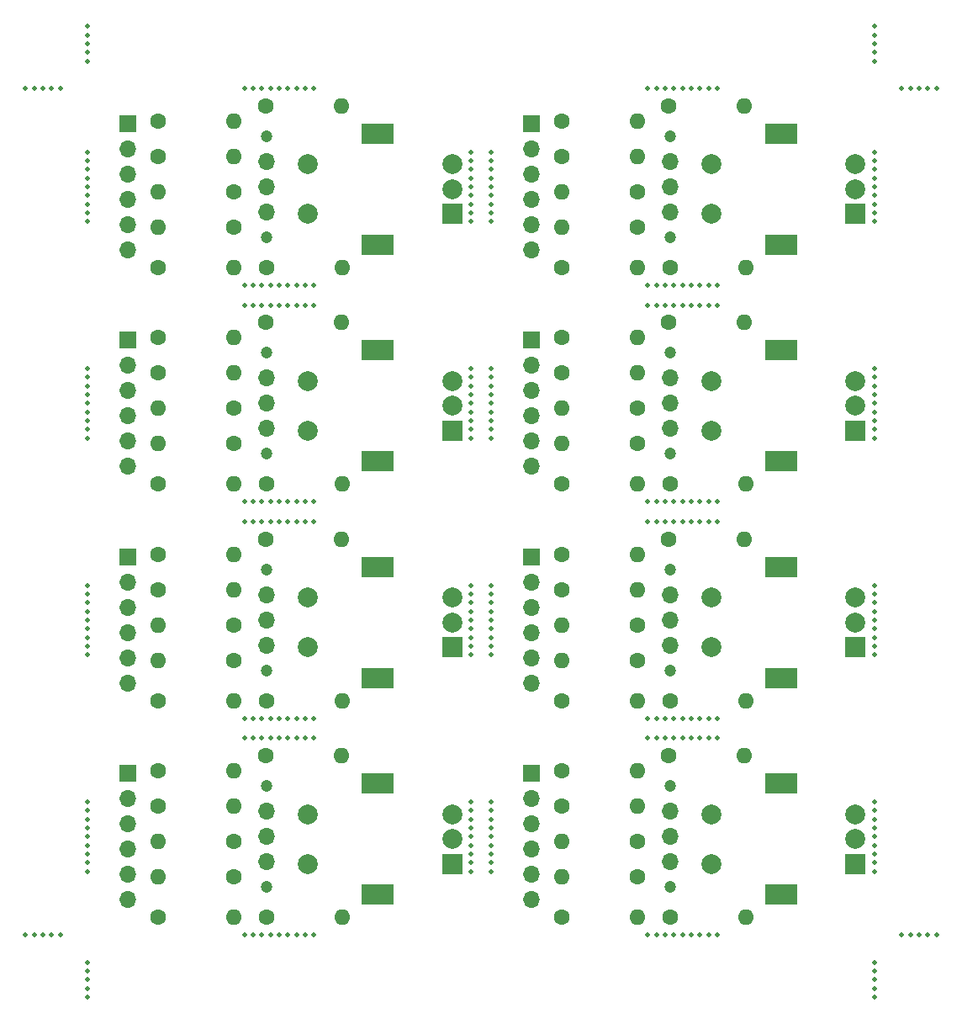
<source format=gbr>
%TF.GenerationSoftware,KiCad,Pcbnew,7.0.2*%
%TF.CreationDate,2023-05-26T21:55:48+09:00*%
%TF.ProjectId,kikit,6b696b69-742e-46b6-9963-61645f706362,rev?*%
%TF.SameCoordinates,Original*%
%TF.FileFunction,Soldermask,Bot*%
%TF.FilePolarity,Negative*%
%FSLAX46Y46*%
G04 Gerber Fmt 4.6, Leading zero omitted, Abs format (unit mm)*
G04 Created by KiCad (PCBNEW 7.0.2) date 2023-05-26 21:55:48*
%MOMM*%
%LPD*%
G01*
G04 APERTURE LIST*
%ADD10C,0.500000*%
%ADD11C,1.600000*%
%ADD12O,1.600000X1.600000*%
%ADD13R,1.700000X1.700000*%
%ADD14O,1.700000X1.700000*%
%ADD15C,1.200000*%
%ADD16R,2.000000X2.000000*%
%ADD17C,2.000000*%
%ADD18R,3.200000X2.000000*%
G04 APERTURE END LIST*
D10*
%TO.C,REF\u002A\u002A*%
X108889109Y-115805416D03*
%TD*%
%TO.C,REF\u002A\u002A*%
X129944554Y-46791462D03*
%TD*%
%TO.C,REF\u002A\u002A*%
X149500000Y-39522552D03*
%TD*%
%TO.C,REF\u002A\u002A*%
X108889109Y-62192656D03*
%TD*%
%TO.C,REF\u002A\u002A*%
X171430445Y-27000000D03*
%TD*%
D11*
%TO.C,R7*%
X126923109Y-66803704D03*
D12*
X134543109Y-66803704D03*
%TD*%
D10*
%TO.C,REF\u002A\u002A*%
X171430445Y-90381872D03*
%TD*%
D11*
%TO.C,R3*%
X156612000Y-77422808D03*
D12*
X164232000Y-77422808D03*
%TD*%
D10*
%TO.C,REF\u002A\u002A*%
X126444555Y-27000000D03*
%TD*%
%TO.C,REF\u002A\u002A*%
X168805445Y-27000000D03*
%TD*%
%TO.C,REF\u002A\u002A*%
X147500000Y-55192656D03*
%TD*%
%TO.C,REF\u002A\u002A*%
X188110891Y-83987760D03*
%TD*%
%TO.C,REF\u002A\u002A*%
X188110891Y-23375000D03*
%TD*%
%TO.C,REF\u002A\u002A*%
X108889109Y-116680416D03*
%TD*%
%TO.C,REF\u002A\u002A*%
X147500000Y-81362760D03*
%TD*%
%TO.C,REF\u002A\u002A*%
X188110891Y-103157864D03*
%TD*%
%TO.C,REF\u002A\u002A*%
X188110891Y-36022552D03*
%TD*%
%TO.C,REF\u002A\u002A*%
X188110891Y-79612760D03*
%TD*%
D11*
%TO.C,R1*%
X123621109Y-102773912D03*
D12*
X116001109Y-102773912D03*
%TD*%
D10*
%TO.C,REF\u002A\u002A*%
X130819554Y-70590208D03*
%TD*%
%TO.C,REF\u002A\u002A*%
X125569555Y-90380660D03*
%TD*%
%TO.C,REF\u002A\u002A*%
X103514109Y-27000000D03*
%TD*%
D11*
%TO.C,R5*%
X126819609Y-50547704D03*
D12*
X134439609Y-50547704D03*
%TD*%
D10*
%TO.C,REF\u002A\u002A*%
X149500000Y-56942656D03*
%TD*%
%TO.C,REF\u002A\u002A*%
X149500000Y-77862760D03*
%TD*%
%TO.C,REF\u002A\u002A*%
X172305445Y-68586970D03*
%TD*%
%TO.C,REF\u002A\u002A*%
X124694555Y-92385312D03*
%TD*%
%TO.C,REF\u002A\u002A*%
X102639109Y-112180416D03*
%TD*%
%TO.C,REF\u002A\u002A*%
X108889109Y-22500000D03*
%TD*%
%TO.C,REF\u002A\u002A*%
X108889109Y-79612760D03*
%TD*%
%TO.C,REF\u002A\u002A*%
X108889109Y-24250000D03*
%TD*%
%TO.C,REF\u002A\u002A*%
X149500000Y-78737760D03*
%TD*%
%TO.C,REF\u002A\u002A*%
X188110891Y-104032864D03*
%TD*%
%TO.C,REF\u002A\u002A*%
X130819554Y-90381872D03*
%TD*%
%TO.C,REF\u002A\u002A*%
X126444555Y-48795104D03*
%TD*%
%TO.C,REF\u002A\u002A*%
X127319555Y-70590208D03*
%TD*%
%TO.C,REF\u002A\u002A*%
X169680445Y-68586364D03*
%TD*%
%TO.C,REF\u002A\u002A*%
X108889109Y-20750000D03*
%TD*%
%TO.C,REF\u002A\u002A*%
X194360891Y-112180416D03*
%TD*%
%TO.C,REF\u002A\u002A*%
X149500000Y-80487760D03*
%TD*%
%TO.C,REF\u002A\u002A*%
X130819554Y-112176976D03*
%TD*%
D11*
%TO.C,R2*%
X156612000Y-52071704D03*
D12*
X164232000Y-52071704D03*
%TD*%
D13*
%TO.C,J1*%
X153564000Y-30530600D03*
D14*
X153564000Y-33070600D03*
X153564000Y-35610600D03*
X153564000Y-38150600D03*
X153564000Y-40690600D03*
X153564000Y-43230600D03*
%TD*%
D10*
%TO.C,REF\u002A\u002A*%
X147500000Y-37772552D03*
%TD*%
%TO.C,REF\u002A\u002A*%
X167930445Y-90381064D03*
%TD*%
%TO.C,REF\u002A\u002A*%
X149500000Y-40397552D03*
%TD*%
%TO.C,REF\u002A\u002A*%
X126444555Y-112175966D03*
%TD*%
%TO.C,REF\u002A\u002A*%
X147500000Y-61317656D03*
%TD*%
%TO.C,REF\u002A\u002A*%
X149500000Y-79612760D03*
%TD*%
D13*
%TO.C,J1*%
X112953109Y-95915912D03*
D14*
X112953109Y-98455912D03*
X112953109Y-100995912D03*
X112953109Y-103535912D03*
X112953109Y-106075912D03*
X112953109Y-108615912D03*
%TD*%
D10*
%TO.C,REF\u002A\u002A*%
X129944554Y-112176774D03*
%TD*%
%TO.C,REF\u002A\u002A*%
X147500000Y-101407864D03*
%TD*%
%TO.C,REF\u002A\u002A*%
X149500000Y-37772552D03*
%TD*%
%TO.C,REF\u002A\u002A*%
X147500000Y-60442656D03*
%TD*%
D11*
%TO.C,R2*%
X116001109Y-73866808D03*
D12*
X123621109Y-73866808D03*
%TD*%
D10*
%TO.C,REF\u002A\u002A*%
X169680445Y-70590208D03*
%TD*%
%TO.C,REF\u002A\u002A*%
X125569555Y-48795104D03*
%TD*%
%TO.C,REF\u002A\u002A*%
X131694554Y-27000000D03*
%TD*%
%TO.C,REF\u002A\u002A*%
X147500000Y-105782864D03*
%TD*%
%TO.C,REF\u002A\u002A*%
X130819554Y-46791664D03*
%TD*%
%TO.C,REF\u002A\u002A*%
X108889109Y-56942656D03*
%TD*%
%TO.C,REF\u002A\u002A*%
X170555445Y-70590208D03*
%TD*%
%TO.C,REF\u002A\u002A*%
X108889109Y-105782864D03*
%TD*%
D11*
%TO.C,R7*%
X167534000Y-88598808D03*
D12*
X175154000Y-88598808D03*
%TD*%
D10*
%TO.C,REF\u002A\u002A*%
X108889109Y-100532864D03*
%TD*%
%TO.C,REF\u002A\u002A*%
X149500000Y-100532864D03*
%TD*%
%TO.C,REF\u002A\u002A*%
X127319555Y-92385312D03*
%TD*%
%TO.C,REF\u002A\u002A*%
X168805445Y-68586162D03*
%TD*%
%TO.C,REF\u002A\u002A*%
X149500000Y-56067656D03*
%TD*%
%TO.C,REF\u002A\u002A*%
X188110891Y-80487760D03*
%TD*%
%TO.C,REF\u002A\u002A*%
X149500000Y-62192656D03*
%TD*%
%TO.C,REF\u002A\u002A*%
X166180445Y-27000000D03*
%TD*%
%TO.C,REF\u002A\u002A*%
X130819554Y-27000000D03*
%TD*%
%TO.C,REF\u002A\u002A*%
X128194554Y-92385312D03*
%TD*%
%TO.C,REF\u002A\u002A*%
X166180445Y-90380660D03*
%TD*%
%TO.C,REF\u002A\u002A*%
X127319555Y-112176168D03*
%TD*%
%TO.C,REF\u002A\u002A*%
X147500000Y-59567656D03*
%TD*%
%TO.C,REF\u002A\u002A*%
X131694554Y-90382074D03*
%TD*%
%TO.C,REF\u002A\u002A*%
X149500000Y-55192656D03*
%TD*%
%TO.C,REF\u002A\u002A*%
X108889109Y-59567656D03*
%TD*%
%TO.C,REF\u002A\u002A*%
X108889109Y-35147552D03*
%TD*%
%TO.C,REF\u002A\u002A*%
X108889109Y-83987760D03*
%TD*%
%TO.C,REF\u002A\u002A*%
X167930445Y-68585960D03*
%TD*%
D11*
%TO.C,R6*%
X123621109Y-62739704D03*
D12*
X116001109Y-62739704D03*
%TD*%
D10*
%TO.C,REF\u002A\u002A*%
X170555445Y-68586566D03*
%TD*%
%TO.C,REF\u002A\u002A*%
X167055445Y-90380862D03*
%TD*%
%TO.C,REF\u002A\u002A*%
X108889109Y-57817656D03*
%TD*%
%TO.C,REF\u002A\u002A*%
X147500000Y-102282864D03*
%TD*%
%TO.C,REF\u002A\u002A*%
X131694554Y-68586970D03*
%TD*%
D11*
%TO.C,R6*%
X123621109Y-84534808D03*
D12*
X116001109Y-84534808D03*
%TD*%
D10*
%TO.C,REF\u002A\u002A*%
X147500000Y-33397552D03*
%TD*%
%TO.C,REF\u002A\u002A*%
X147500000Y-103157864D03*
%TD*%
%TO.C,REF\u002A\u002A*%
X167930445Y-48795104D03*
%TD*%
%TO.C,REF\u002A\u002A*%
X188110891Y-83112760D03*
%TD*%
%TO.C,REF\u002A\u002A*%
X188110891Y-59567656D03*
%TD*%
%TO.C,REF\u002A\u002A*%
X125569555Y-46790452D03*
%TD*%
%TO.C,REF\u002A\u002A*%
X147500000Y-58692656D03*
%TD*%
D13*
%TO.C,J1*%
X112953109Y-30530600D03*
D14*
X112953109Y-33070600D03*
X112953109Y-35610600D03*
X112953109Y-38150600D03*
X112953109Y-40690600D03*
X112953109Y-43230600D03*
%TD*%
D11*
%TO.C,R6*%
X164232000Y-40944600D03*
D12*
X156612000Y-40944600D03*
%TD*%
D10*
%TO.C,REF\u002A\u002A*%
X147500000Y-39522552D03*
%TD*%
%TO.C,REF\u002A\u002A*%
X128194554Y-90381266D03*
%TD*%
%TO.C,REF\u002A\u002A*%
X188110891Y-24250000D03*
%TD*%
%TO.C,REF\u002A\u002A*%
X124694555Y-46790250D03*
%TD*%
%TO.C,REF\u002A\u002A*%
X188110891Y-39522552D03*
%TD*%
%TO.C,REF\u002A\u002A*%
X165305445Y-27000000D03*
%TD*%
%TO.C,REF\u002A\u002A*%
X130819554Y-68586768D03*
%TD*%
%TO.C,REF\u002A\u002A*%
X108889109Y-38647552D03*
%TD*%
%TO.C,REF\u002A\u002A*%
X168805445Y-112176370D03*
%TD*%
%TO.C,REF\u002A\u002A*%
X108889109Y-61317656D03*
%TD*%
%TO.C,REF\u002A\u002A*%
X170555445Y-46791462D03*
%TD*%
D13*
%TO.C,J1*%
X112953109Y-74120808D03*
D14*
X112953109Y-76660808D03*
X112953109Y-79200808D03*
X112953109Y-81740808D03*
X112953109Y-84280808D03*
X112953109Y-86820808D03*
%TD*%
D10*
%TO.C,REF\u002A\u002A*%
X149500000Y-104907864D03*
%TD*%
%TO.C,REF\u002A\u002A*%
X126444555Y-70590208D03*
%TD*%
D11*
%TO.C,R2*%
X156612000Y-95661912D03*
D12*
X164232000Y-95661912D03*
%TD*%
D10*
%TO.C,REF\u002A\u002A*%
X149500000Y-103157864D03*
%TD*%
%TO.C,REF\u002A\u002A*%
X165305445Y-68585354D03*
%TD*%
%TO.C,REF\u002A\u002A*%
X188110891Y-104907864D03*
%TD*%
%TO.C,REF\u002A\u002A*%
X131694554Y-70590208D03*
%TD*%
D11*
%TO.C,R2*%
X116001109Y-95661912D03*
D12*
X123621109Y-95661912D03*
%TD*%
D10*
%TO.C,REF\u002A\u002A*%
X125569555Y-68585556D03*
%TD*%
%TO.C,REF\u002A\u002A*%
X188110891Y-101407864D03*
%TD*%
%TO.C,REF\u002A\u002A*%
X188110891Y-56067656D03*
%TD*%
%TO.C,REF\u002A\u002A*%
X149500000Y-38647552D03*
%TD*%
%TO.C,REF\u002A\u002A*%
X169680445Y-112176572D03*
%TD*%
%TO.C,REF\u002A\u002A*%
X149500000Y-99657864D03*
%TD*%
%TO.C,REF\u002A\u002A*%
X124694555Y-90380458D03*
%TD*%
%TO.C,REF\u002A\u002A*%
X149500000Y-98782864D03*
%TD*%
%TO.C,REF\u002A\u002A*%
X149500000Y-82237760D03*
%TD*%
%TO.C,REF\u002A\u002A*%
X188110891Y-38647552D03*
%TD*%
%TO.C,REF\u002A\u002A*%
X149500000Y-33397552D03*
%TD*%
%TO.C,REF\u002A\u002A*%
X149500000Y-59567656D03*
%TD*%
%TO.C,REF\u002A\u002A*%
X127319555Y-90381064D03*
%TD*%
%TO.C,REF\u002A\u002A*%
X167055445Y-48795104D03*
%TD*%
%TO.C,REF\u002A\u002A*%
X188110891Y-77862760D03*
%TD*%
%TO.C,REF\u002A\u002A*%
X149500000Y-60442656D03*
%TD*%
%TO.C,REF\u002A\u002A*%
X188110891Y-115805416D03*
%TD*%
%TO.C,REF\u002A\u002A*%
X149500000Y-83112760D03*
%TD*%
%TO.C,REF\u002A\u002A*%
X147500000Y-77862760D03*
%TD*%
%TO.C,REF\u002A\u002A*%
X149500000Y-81362760D03*
%TD*%
%TO.C,REF\u002A\u002A*%
X188110891Y-56942656D03*
%TD*%
%TO.C,REF\u002A\u002A*%
X165305445Y-92385312D03*
%TD*%
%TO.C,REF\u002A\u002A*%
X165305445Y-90380458D03*
%TD*%
%TO.C,REF\u002A\u002A*%
X128194554Y-27000000D03*
%TD*%
D11*
%TO.C,R4*%
X156612000Y-66803704D03*
D12*
X164232000Y-66803704D03*
%TD*%
D10*
%TO.C,REF\u002A\u002A*%
X147500000Y-100532864D03*
%TD*%
D11*
%TO.C,R1*%
X123621109Y-37388600D03*
D12*
X116001109Y-37388600D03*
%TD*%
D13*
%TO.C,J1*%
X153564000Y-74120808D03*
D14*
X153564000Y-76660808D03*
X153564000Y-79200808D03*
X153564000Y-81740808D03*
X153564000Y-84280808D03*
X153564000Y-86820808D03*
%TD*%
D10*
%TO.C,REF\u002A\u002A*%
X188110891Y-61317656D03*
%TD*%
D15*
%TO.C,SW1*%
X126923109Y-75390808D03*
X126923109Y-85550808D03*
D14*
X126923109Y-77930808D03*
X126923109Y-80470808D03*
X126923109Y-83010808D03*
%TD*%
D10*
%TO.C,REF\u002A\u002A*%
X170555445Y-90381670D03*
%TD*%
%TO.C,REF\u002A\u002A*%
X188110891Y-76987760D03*
%TD*%
%TO.C,REF\u002A\u002A*%
X108889109Y-98782864D03*
%TD*%
%TO.C,REF\u002A\u002A*%
X129944554Y-92385312D03*
%TD*%
D11*
%TO.C,R5*%
X167430500Y-28752600D03*
D12*
X175050500Y-28752600D03*
%TD*%
D10*
%TO.C,REF\u002A\u002A*%
X165305445Y-70590208D03*
%TD*%
%TO.C,REF\u002A\u002A*%
X167055445Y-27000000D03*
%TD*%
%TO.C,REF\u002A\u002A*%
X108889109Y-21625000D03*
%TD*%
%TO.C,REF\u002A\u002A*%
X108889109Y-77862760D03*
%TD*%
D16*
%TO.C,SW2*%
X186210000Y-39634600D03*
D17*
X186210000Y-34634600D03*
X186210000Y-37134600D03*
D18*
X178710000Y-42734600D03*
X178710000Y-31534600D03*
D17*
X171710000Y-34634600D03*
X171710000Y-39634600D03*
%TD*%
D10*
%TO.C,REF\u002A\u002A*%
X149500000Y-58692656D03*
%TD*%
%TO.C,REF\u002A\u002A*%
X172305445Y-112177178D03*
%TD*%
%TO.C,REF\u002A\u002A*%
X147500000Y-36897552D03*
%TD*%
D16*
%TO.C,SW2*%
X186210000Y-105019912D03*
D17*
X186210000Y-100019912D03*
X186210000Y-102519912D03*
D18*
X178710000Y-108119912D03*
X178710000Y-96919912D03*
D17*
X171710000Y-100019912D03*
X171710000Y-105019912D03*
%TD*%
D11*
%TO.C,R3*%
X156612000Y-55627704D03*
D12*
X164232000Y-55627704D03*
%TD*%
D10*
%TO.C,REF\u002A\u002A*%
X108889109Y-117555416D03*
%TD*%
D15*
%TO.C,SW1*%
X126923109Y-53595704D03*
X126923109Y-63755704D03*
D14*
X126923109Y-56135704D03*
X126923109Y-58675704D03*
X126923109Y-61215704D03*
%TD*%
D10*
%TO.C,REF\u002A\u002A*%
X147500000Y-83112760D03*
%TD*%
%TO.C,REF\u002A\u002A*%
X167055445Y-92385312D03*
%TD*%
%TO.C,REF\u002A\u002A*%
X169680445Y-27000000D03*
%TD*%
%TO.C,REF\u002A\u002A*%
X149500000Y-34272552D03*
%TD*%
%TO.C,REF\u002A\u002A*%
X129069554Y-68586364D03*
%TD*%
%TO.C,REF\u002A\u002A*%
X108889109Y-101407864D03*
%TD*%
%TO.C,REF\u002A\u002A*%
X131694554Y-112177178D03*
%TD*%
D11*
%TO.C,R5*%
X167430500Y-72342808D03*
D12*
X175050500Y-72342808D03*
%TD*%
D10*
%TO.C,REF\u002A\u002A*%
X149500000Y-83987760D03*
%TD*%
%TO.C,REF\u002A\u002A*%
X108889109Y-104032864D03*
%TD*%
%TO.C,REF\u002A\u002A*%
X129944554Y-70590208D03*
%TD*%
D11*
%TO.C,R6*%
X123621109Y-106329912D03*
D12*
X116001109Y-106329912D03*
%TD*%
D10*
%TO.C,REF\u002A\u002A*%
X172305445Y-70590208D03*
%TD*%
%TO.C,REF\u002A\u002A*%
X171430445Y-92385312D03*
%TD*%
D11*
%TO.C,R3*%
X116001109Y-77422808D03*
D12*
X123621109Y-77422808D03*
%TD*%
D10*
%TO.C,REF\u002A\u002A*%
X129944554Y-27000000D03*
%TD*%
%TO.C,REF\u002A\u002A*%
X147500000Y-79612760D03*
%TD*%
%TO.C,REF\u002A\u002A*%
X106139109Y-112180416D03*
%TD*%
%TO.C,REF\u002A\u002A*%
X124694555Y-112175562D03*
%TD*%
%TO.C,REF\u002A\u002A*%
X149500000Y-36897552D03*
%TD*%
%TO.C,REF\u002A\u002A*%
X169680445Y-90381468D03*
%TD*%
%TO.C,REF\u002A\u002A*%
X192610891Y-112180416D03*
%TD*%
%TO.C,REF\u002A\u002A*%
X128194554Y-70590208D03*
%TD*%
%TO.C,REF\u002A\u002A*%
X147500000Y-35147552D03*
%TD*%
%TO.C,REF\u002A\u002A*%
X147500000Y-80487760D03*
%TD*%
D11*
%TO.C,R5*%
X126819609Y-94137912D03*
D12*
X134439609Y-94137912D03*
%TD*%
D10*
%TO.C,REF\u002A\u002A*%
X105264109Y-27000000D03*
%TD*%
%TO.C,REF\u002A\u002A*%
X168805445Y-46791058D03*
%TD*%
D13*
%TO.C,J1*%
X153564000Y-52325704D03*
D14*
X153564000Y-54865704D03*
X153564000Y-57405704D03*
X153564000Y-59945704D03*
X153564000Y-62485704D03*
X153564000Y-65025704D03*
%TD*%
D10*
%TO.C,REF\u002A\u002A*%
X147500000Y-62192656D03*
%TD*%
%TO.C,REF\u002A\u002A*%
X149500000Y-101407864D03*
%TD*%
%TO.C,REF\u002A\u002A*%
X188110891Y-55192656D03*
%TD*%
%TO.C,REF\u002A\u002A*%
X108889109Y-99657864D03*
%TD*%
D11*
%TO.C,R4*%
X116001109Y-110393912D03*
D12*
X123621109Y-110393912D03*
%TD*%
D11*
%TO.C,R6*%
X164232000Y-106329912D03*
D12*
X156612000Y-106329912D03*
%TD*%
D10*
%TO.C,REF\u002A\u002A*%
X188110891Y-82237760D03*
%TD*%
%TO.C,REF\u002A\u002A*%
X168805445Y-70590208D03*
%TD*%
%TO.C,REF\u002A\u002A*%
X147500000Y-104907864D03*
%TD*%
%TO.C,REF\u002A\u002A*%
X188110891Y-34272552D03*
%TD*%
%TO.C,REF\u002A\u002A*%
X168805445Y-90381266D03*
%TD*%
%TO.C,REF\u002A\u002A*%
X165305445Y-46790250D03*
%TD*%
D11*
%TO.C,R1*%
X123621109Y-59183704D03*
D12*
X116001109Y-59183704D03*
%TD*%
D10*
%TO.C,REF\u002A\u002A*%
X167055445Y-70590208D03*
%TD*%
D11*
%TO.C,R7*%
X126923109Y-45008600D03*
D12*
X134543109Y-45008600D03*
%TD*%
D11*
%TO.C,R4*%
X116001109Y-66803704D03*
D12*
X123621109Y-66803704D03*
%TD*%
D10*
%TO.C,REF\u002A\u002A*%
X124694555Y-68585354D03*
%TD*%
D11*
%TO.C,R3*%
X116001109Y-99217912D03*
D12*
X123621109Y-99217912D03*
%TD*%
D11*
%TO.C,R4*%
X156612000Y-110393912D03*
D12*
X164232000Y-110393912D03*
%TD*%
D10*
%TO.C,REF\u002A\u002A*%
X129069554Y-27000000D03*
%TD*%
D11*
%TO.C,R1*%
X164232000Y-37388600D03*
D12*
X156612000Y-37388600D03*
%TD*%
D10*
%TO.C,REF\u002A\u002A*%
X166180445Y-70590208D03*
%TD*%
%TO.C,REF\u002A\u002A*%
X108889109Y-60442656D03*
%TD*%
%TO.C,REF\u002A\u002A*%
X108889109Y-37772552D03*
%TD*%
%TO.C,REF\u002A\u002A*%
X147500000Y-38647552D03*
%TD*%
%TO.C,REF\u002A\u002A*%
X167930445Y-46790856D03*
%TD*%
%TO.C,REF\u002A\u002A*%
X188110891Y-57817656D03*
%TD*%
%TO.C,REF\u002A\u002A*%
X106139109Y-27000000D03*
%TD*%
%TO.C,REF\u002A\u002A*%
X188110891Y-40397552D03*
%TD*%
%TO.C,REF\u002A\u002A*%
X128194554Y-48795104D03*
%TD*%
D15*
%TO.C,SW1*%
X167534000Y-97185912D03*
X167534000Y-107345912D03*
D14*
X167534000Y-99725912D03*
X167534000Y-102265912D03*
X167534000Y-104805912D03*
%TD*%
D10*
%TO.C,REF\u002A\u002A*%
X169680445Y-48795104D03*
%TD*%
D11*
%TO.C,R3*%
X156612000Y-33832600D03*
D12*
X164232000Y-33832600D03*
%TD*%
D10*
%TO.C,REF\u002A\u002A*%
X147500000Y-56067656D03*
%TD*%
D11*
%TO.C,R2*%
X156612000Y-30276600D03*
D12*
X164232000Y-30276600D03*
%TD*%
D10*
%TO.C,REF\u002A\u002A*%
X128194554Y-68586162D03*
%TD*%
%TO.C,REF\u002A\u002A*%
X108889109Y-34272552D03*
%TD*%
%TO.C,REF\u002A\u002A*%
X127319555Y-27000000D03*
%TD*%
%TO.C,REF\u002A\u002A*%
X147500000Y-78737760D03*
%TD*%
%TO.C,REF\u002A\u002A*%
X108889109Y-103157864D03*
%TD*%
%TO.C,REF\u002A\u002A*%
X108889109Y-81362760D03*
%TD*%
%TO.C,REF\u002A\u002A*%
X104389109Y-27000000D03*
%TD*%
%TO.C,REF\u002A\u002A*%
X124694555Y-48795104D03*
%TD*%
%TO.C,REF\u002A\u002A*%
X188110891Y-81362760D03*
%TD*%
%TO.C,REF\u002A\u002A*%
X149500000Y-105782864D03*
%TD*%
D11*
%TO.C,R5*%
X167430500Y-94137912D03*
D12*
X175050500Y-94137912D03*
%TD*%
D10*
%TO.C,REF\u002A\u002A*%
X149500000Y-61317656D03*
%TD*%
%TO.C,REF\u002A\u002A*%
X108889109Y-36022552D03*
%TD*%
%TO.C,REF\u002A\u002A*%
X147500000Y-104032864D03*
%TD*%
%TO.C,REF\u002A\u002A*%
X129944554Y-90381670D03*
%TD*%
%TO.C,REF\u002A\u002A*%
X170555445Y-92385312D03*
%TD*%
%TO.C,REF\u002A\u002A*%
X188110891Y-58692656D03*
%TD*%
%TO.C,REF\u002A\u002A*%
X108889109Y-114930416D03*
%TD*%
%TO.C,REF\u002A\u002A*%
X149500000Y-57817656D03*
%TD*%
D11*
%TO.C,R7*%
X126923109Y-88598808D03*
D12*
X134543109Y-88598808D03*
%TD*%
D10*
%TO.C,REF\u002A\u002A*%
X108889109Y-58692656D03*
%TD*%
%TO.C,REF\u002A\u002A*%
X169680445Y-46791260D03*
%TD*%
%TO.C,REF\u002A\u002A*%
X128194554Y-46791058D03*
%TD*%
D11*
%TO.C,R6*%
X164232000Y-84534808D03*
D12*
X156612000Y-84534808D03*
%TD*%
D10*
%TO.C,REF\u002A\u002A*%
X171430445Y-68586768D03*
%TD*%
D16*
%TO.C,SW2*%
X145599109Y-83224808D03*
D17*
X145599109Y-78224808D03*
X145599109Y-80724808D03*
D18*
X138099109Y-86324808D03*
X138099109Y-75124808D03*
D17*
X131099109Y-78224808D03*
X131099109Y-83224808D03*
%TD*%
D11*
%TO.C,R3*%
X156612000Y-99217912D03*
D12*
X164232000Y-99217912D03*
%TD*%
D10*
%TO.C,REF\u002A\u002A*%
X108889109Y-55192656D03*
%TD*%
%TO.C,REF\u002A\u002A*%
X108889109Y-76987760D03*
%TD*%
%TO.C,REF\u002A\u002A*%
X191735891Y-112180416D03*
%TD*%
%TO.C,REF\u002A\u002A*%
X190860891Y-112180416D03*
%TD*%
%TO.C,REF\u002A\u002A*%
X172305445Y-48795104D03*
%TD*%
%TO.C,REF\u002A\u002A*%
X124694555Y-27000000D03*
%TD*%
%TO.C,REF\u002A\u002A*%
X188110891Y-20750000D03*
%TD*%
D11*
%TO.C,R5*%
X167430500Y-50547704D03*
D12*
X175050500Y-50547704D03*
%TD*%
D10*
%TO.C,REF\u002A\u002A*%
X166180445Y-92385312D03*
%TD*%
%TO.C,REF\u002A\u002A*%
X167055445Y-112175966D03*
%TD*%
%TO.C,REF\u002A\u002A*%
X147500000Y-82237760D03*
%TD*%
%TO.C,REF\u002A\u002A*%
X102639109Y-27000000D03*
%TD*%
%TO.C,REF\u002A\u002A*%
X131694554Y-46791866D03*
%TD*%
%TO.C,REF\u002A\u002A*%
X149500000Y-104032864D03*
%TD*%
%TO.C,REF\u002A\u002A*%
X129069554Y-46791260D03*
%TD*%
%TO.C,REF\u002A\u002A*%
X108889109Y-40397552D03*
%TD*%
D15*
%TO.C,SW1*%
X126923109Y-31800600D03*
X126923109Y-41960600D03*
D14*
X126923109Y-34340600D03*
X126923109Y-36880600D03*
X126923109Y-39420600D03*
%TD*%
D10*
%TO.C,REF\u002A\u002A*%
X130819554Y-92385312D03*
%TD*%
%TO.C,REF\u002A\u002A*%
X188110891Y-102282864D03*
%TD*%
%TO.C,REF\u002A\u002A*%
X147500000Y-34272552D03*
%TD*%
%TO.C,REF\u002A\u002A*%
X193485891Y-112180416D03*
%TD*%
%TO.C,REF\u002A\u002A*%
X129069554Y-90381468D03*
%TD*%
%TO.C,REF\u002A\u002A*%
X147500000Y-98782864D03*
%TD*%
%TO.C,REF\u002A\u002A*%
X171430445Y-48795104D03*
%TD*%
%TO.C,REF\u002A\u002A*%
X188110891Y-33397552D03*
%TD*%
%TO.C,REF\u002A\u002A*%
X129069554Y-70590208D03*
%TD*%
%TO.C,REF\u002A\u002A*%
X147500000Y-36022552D03*
%TD*%
%TO.C,REF\u002A\u002A*%
X105264109Y-112180416D03*
%TD*%
%TO.C,REF\u002A\u002A*%
X190860891Y-27000000D03*
%TD*%
D11*
%TO.C,R1*%
X164232000Y-102773912D03*
D12*
X156612000Y-102773912D03*
%TD*%
D16*
%TO.C,SW2*%
X186210000Y-83224808D03*
D17*
X186210000Y-78224808D03*
X186210000Y-80724808D03*
D18*
X178710000Y-86324808D03*
X178710000Y-75124808D03*
D17*
X171710000Y-78224808D03*
X171710000Y-83224808D03*
%TD*%
D10*
%TO.C,REF\u002A\u002A*%
X129069554Y-92385312D03*
%TD*%
%TO.C,REF\u002A\u002A*%
X188110891Y-116680416D03*
%TD*%
D15*
%TO.C,SW1*%
X167534000Y-75390808D03*
X167534000Y-85550808D03*
D14*
X167534000Y-77930808D03*
X167534000Y-80470808D03*
X167534000Y-83010808D03*
%TD*%
D10*
%TO.C,REF\u002A\u002A*%
X168805445Y-48795104D03*
%TD*%
D11*
%TO.C,R1*%
X164232000Y-59183704D03*
D12*
X156612000Y-59183704D03*
%TD*%
D10*
%TO.C,REF\u002A\u002A*%
X130819554Y-48795104D03*
%TD*%
%TO.C,REF\u002A\u002A*%
X171430445Y-112176976D03*
%TD*%
%TO.C,REF\u002A\u002A*%
X188110891Y-35147552D03*
%TD*%
D11*
%TO.C,R1*%
X123621109Y-80978808D03*
D12*
X116001109Y-80978808D03*
%TD*%
D10*
%TO.C,REF\u002A\u002A*%
X167055445Y-46790654D03*
%TD*%
D11*
%TO.C,R2*%
X116001109Y-52071704D03*
D12*
X123621109Y-52071704D03*
%TD*%
D10*
%TO.C,REF\u002A\u002A*%
X126444555Y-46790654D03*
%TD*%
%TO.C,REF\u002A\u002A*%
X188110891Y-37772552D03*
%TD*%
%TO.C,REF\u002A\u002A*%
X188110891Y-118430416D03*
%TD*%
%TO.C,REF\u002A\u002A*%
X172305445Y-92385312D03*
%TD*%
%TO.C,REF\u002A\u002A*%
X108889109Y-33397552D03*
%TD*%
%TO.C,REF\u002A\u002A*%
X126444555Y-92385312D03*
%TD*%
%TO.C,REF\u002A\u002A*%
X125569555Y-92385312D03*
%TD*%
D16*
%TO.C,SW2*%
X145599109Y-61429704D03*
D17*
X145599109Y-56429704D03*
X145599109Y-58929704D03*
D18*
X138099109Y-64529704D03*
X138099109Y-53329704D03*
D17*
X131099109Y-56429704D03*
X131099109Y-61429704D03*
%TD*%
D10*
%TO.C,REF\u002A\u002A*%
X103514109Y-112180416D03*
%TD*%
%TO.C,REF\u002A\u002A*%
X108889109Y-39522552D03*
%TD*%
D11*
%TO.C,R2*%
X116001109Y-30276600D03*
D12*
X123621109Y-30276600D03*
%TD*%
D10*
%TO.C,REF\u002A\u002A*%
X108889109Y-23375000D03*
%TD*%
%TO.C,REF\u002A\u002A*%
X166180445Y-112175764D03*
%TD*%
%TO.C,REF\u002A\u002A*%
X131694554Y-92385312D03*
%TD*%
%TO.C,REF\u002A\u002A*%
X172305445Y-90382074D03*
%TD*%
%TO.C,REF\u002A\u002A*%
X125569555Y-70590208D03*
%TD*%
%TO.C,REF\u002A\u002A*%
X166180445Y-46790452D03*
%TD*%
%TO.C,REF\u002A\u002A*%
X127319555Y-68585960D03*
%TD*%
%TO.C,REF\u002A\u002A*%
X147500000Y-57817656D03*
%TD*%
%TO.C,REF\u002A\u002A*%
X129944554Y-68586566D03*
%TD*%
%TO.C,REF\u002A\u002A*%
X129069554Y-112176572D03*
%TD*%
D13*
%TO.C,J1*%
X112953109Y-52325704D03*
D14*
X112953109Y-54865704D03*
X112953109Y-57405704D03*
X112953109Y-59945704D03*
X112953109Y-62485704D03*
X112953109Y-65025704D03*
%TD*%
D10*
%TO.C,REF\u002A\u002A*%
X188110891Y-100532864D03*
%TD*%
D11*
%TO.C,R3*%
X116001109Y-33832600D03*
D12*
X123621109Y-33832600D03*
%TD*%
D10*
%TO.C,REF\u002A\u002A*%
X147500000Y-76987760D03*
%TD*%
%TO.C,REF\u002A\u002A*%
X170555445Y-48795104D03*
%TD*%
%TO.C,REF\u002A\u002A*%
X127319555Y-46790856D03*
%TD*%
%TO.C,REF\u002A\u002A*%
X167930445Y-112176168D03*
%TD*%
%TO.C,REF\u002A\u002A*%
X188110891Y-78737760D03*
%TD*%
%TO.C,REF\u002A\u002A*%
X147500000Y-40397552D03*
%TD*%
%TO.C,REF\u002A\u002A*%
X147500000Y-83987760D03*
%TD*%
%TO.C,REF\u002A\u002A*%
X171430445Y-70590208D03*
%TD*%
D16*
%TO.C,SW2*%
X145599109Y-105019912D03*
D17*
X145599109Y-100019912D03*
X145599109Y-102519912D03*
D18*
X138099109Y-108119912D03*
X138099109Y-96919912D03*
D17*
X131099109Y-100019912D03*
X131099109Y-105019912D03*
%TD*%
D11*
%TO.C,R1*%
X164232000Y-80978808D03*
D12*
X156612000Y-80978808D03*
%TD*%
D10*
%TO.C,REF\u002A\u002A*%
X125569555Y-27000000D03*
%TD*%
%TO.C,REF\u002A\u002A*%
X171430445Y-46791664D03*
%TD*%
%TO.C,REF\u002A\u002A*%
X167055445Y-68585758D03*
%TD*%
%TO.C,REF\u002A\u002A*%
X165305445Y-112175562D03*
%TD*%
D11*
%TO.C,R7*%
X167534000Y-66803704D03*
D12*
X175154000Y-66803704D03*
%TD*%
D10*
%TO.C,REF\u002A\u002A*%
X127319555Y-48795104D03*
%TD*%
%TO.C,REF\u002A\u002A*%
X188110891Y-114930416D03*
%TD*%
D16*
%TO.C,SW2*%
X186210000Y-61429704D03*
D17*
X186210000Y-56429704D03*
X186210000Y-58929704D03*
D18*
X178710000Y-64529704D03*
X178710000Y-53329704D03*
D17*
X171710000Y-56429704D03*
X171710000Y-61429704D03*
%TD*%
D10*
%TO.C,REF\u002A\u002A*%
X188110891Y-21625000D03*
%TD*%
%TO.C,REF\u002A\u002A*%
X188110891Y-105782864D03*
%TD*%
%TO.C,REF\u002A\u002A*%
X188110891Y-22500000D03*
%TD*%
%TO.C,REF\u002A\u002A*%
X147500000Y-56942656D03*
%TD*%
%TO.C,REF\u002A\u002A*%
X170555445Y-112176774D03*
%TD*%
D11*
%TO.C,R6*%
X123621109Y-40944600D03*
D12*
X116001109Y-40944600D03*
%TD*%
D10*
%TO.C,REF\u002A\u002A*%
X104389109Y-112180416D03*
%TD*%
D15*
%TO.C,SW1*%
X167534000Y-31800600D03*
X167534000Y-41960600D03*
D14*
X167534000Y-34340600D03*
X167534000Y-36880600D03*
X167534000Y-39420600D03*
%TD*%
D10*
%TO.C,REF\u002A\u002A*%
X170555445Y-27000000D03*
%TD*%
%TO.C,REF\u002A\u002A*%
X188110891Y-117555416D03*
%TD*%
%TO.C,REF\u002A\u002A*%
X188110891Y-98782864D03*
%TD*%
%TO.C,REF\u002A\u002A*%
X108889109Y-83112760D03*
%TD*%
%TO.C,REF\u002A\u002A*%
X188110891Y-60442656D03*
%TD*%
D11*
%TO.C,R7*%
X126923109Y-110393912D03*
D12*
X134543109Y-110393912D03*
%TD*%
D10*
%TO.C,REF\u002A\u002A*%
X124694555Y-70590208D03*
%TD*%
%TO.C,REF\u002A\u002A*%
X188110891Y-99657864D03*
%TD*%
%TO.C,REF\u002A\u002A*%
X192610891Y-27000000D03*
%TD*%
%TO.C,REF\u002A\u002A*%
X108889109Y-80487760D03*
%TD*%
%TO.C,REF\u002A\u002A*%
X167930445Y-92385312D03*
%TD*%
D15*
%TO.C,SW1*%
X167534000Y-53595704D03*
X167534000Y-63755704D03*
D14*
X167534000Y-56135704D03*
X167534000Y-58675704D03*
X167534000Y-61215704D03*
%TD*%
D10*
%TO.C,REF\u002A\u002A*%
X125569555Y-112175764D03*
%TD*%
%TO.C,REF\u002A\u002A*%
X108889109Y-78737760D03*
%TD*%
%TO.C,REF\u002A\u002A*%
X149500000Y-102282864D03*
%TD*%
%TO.C,REF\u002A\u002A*%
X147500000Y-99657864D03*
%TD*%
%TO.C,REF\u002A\u002A*%
X168805445Y-92385312D03*
%TD*%
%TO.C,REF\u002A\u002A*%
X126444555Y-68585758D03*
%TD*%
%TO.C,REF\u002A\u002A*%
X108889109Y-104907864D03*
%TD*%
%TO.C,REF\u002A\u002A*%
X169680445Y-92385312D03*
%TD*%
D11*
%TO.C,R4*%
X116001109Y-45008600D03*
D12*
X123621109Y-45008600D03*
%TD*%
D11*
%TO.C,R4*%
X156612000Y-88598808D03*
D12*
X164232000Y-88598808D03*
%TD*%
D10*
%TO.C,REF\u002A\u002A*%
X108889109Y-102282864D03*
%TD*%
%TO.C,REF\u002A\u002A*%
X188110891Y-36897552D03*
%TD*%
D11*
%TO.C,R7*%
X167534000Y-110393912D03*
D12*
X175154000Y-110393912D03*
%TD*%
D10*
%TO.C,REF\u002A\u002A*%
X165305445Y-48795104D03*
%TD*%
D11*
%TO.C,R4*%
X156612000Y-45008600D03*
D12*
X164232000Y-45008600D03*
%TD*%
D10*
%TO.C,REF\u002A\u002A*%
X129069554Y-48795104D03*
%TD*%
%TO.C,REF\u002A\u002A*%
X188110891Y-62192656D03*
%TD*%
%TO.C,REF\u002A\u002A*%
X166180445Y-48795104D03*
%TD*%
D11*
%TO.C,R7*%
X167534000Y-45008600D03*
D12*
X175154000Y-45008600D03*
%TD*%
D11*
%TO.C,R3*%
X116001109Y-55627704D03*
D12*
X123621109Y-55627704D03*
%TD*%
D10*
%TO.C,REF\u002A\u002A*%
X108889109Y-118430416D03*
%TD*%
%TO.C,REF\u002A\u002A*%
X108889109Y-36897552D03*
%TD*%
D11*
%TO.C,R6*%
X164232000Y-62739704D03*
D12*
X156612000Y-62739704D03*
%TD*%
D11*
%TO.C,R5*%
X126819609Y-28752600D03*
D12*
X134439609Y-28752600D03*
%TD*%
D10*
%TO.C,REF\u002A\u002A*%
X172305445Y-46791866D03*
%TD*%
%TO.C,REF\u002A\u002A*%
X191735891Y-27000000D03*
%TD*%
%TO.C,REF\u002A\u002A*%
X126444555Y-90380862D03*
%TD*%
%TO.C,REF\u002A\u002A*%
X131694554Y-48795104D03*
%TD*%
%TO.C,REF\u002A\u002A*%
X108889109Y-82237760D03*
%TD*%
D11*
%TO.C,R5*%
X126819609Y-72342808D03*
D12*
X134439609Y-72342808D03*
%TD*%
D10*
%TO.C,REF\u002A\u002A*%
X194360891Y-27000000D03*
%TD*%
D16*
%TO.C,SW2*%
X145599109Y-39634600D03*
D17*
X145599109Y-34634600D03*
X145599109Y-37134600D03*
D18*
X138099109Y-42734600D03*
X138099109Y-31534600D03*
D17*
X131099109Y-34634600D03*
X131099109Y-39634600D03*
%TD*%
D15*
%TO.C,SW1*%
X126923109Y-97185912D03*
X126923109Y-107345912D03*
D14*
X126923109Y-99725912D03*
X126923109Y-102265912D03*
X126923109Y-104805912D03*
%TD*%
D10*
%TO.C,REF\u002A\u002A*%
X149500000Y-76987760D03*
%TD*%
%TO.C,REF\u002A\u002A*%
X166180445Y-68585556D03*
%TD*%
%TO.C,REF\u002A\u002A*%
X172305445Y-27000000D03*
%TD*%
%TO.C,REF\u002A\u002A*%
X167930445Y-27000000D03*
%TD*%
D13*
%TO.C,J1*%
X153564000Y-95915912D03*
D14*
X153564000Y-98455912D03*
X153564000Y-100995912D03*
X153564000Y-103535912D03*
X153564000Y-106075912D03*
X153564000Y-108615912D03*
%TD*%
D10*
%TO.C,REF\u002A\u002A*%
X193485891Y-27000000D03*
%TD*%
%TO.C,REF\u002A\u002A*%
X149500000Y-35147552D03*
%TD*%
%TO.C,REF\u002A\u002A*%
X129944554Y-48795104D03*
%TD*%
%TO.C,REF\u002A\u002A*%
X167930445Y-70590208D03*
%TD*%
D11*
%TO.C,R2*%
X156612000Y-73866808D03*
D12*
X164232000Y-73866808D03*
%TD*%
D10*
%TO.C,REF\u002A\u002A*%
X108889109Y-56067656D03*
%TD*%
D11*
%TO.C,R4*%
X116001109Y-88598808D03*
D12*
X123621109Y-88598808D03*
%TD*%
D10*
%TO.C,REF\u002A\u002A*%
X149500000Y-36022552D03*
%TD*%
%TO.C,REF\u002A\u002A*%
X128194554Y-112176370D03*
%TD*%
M02*

</source>
